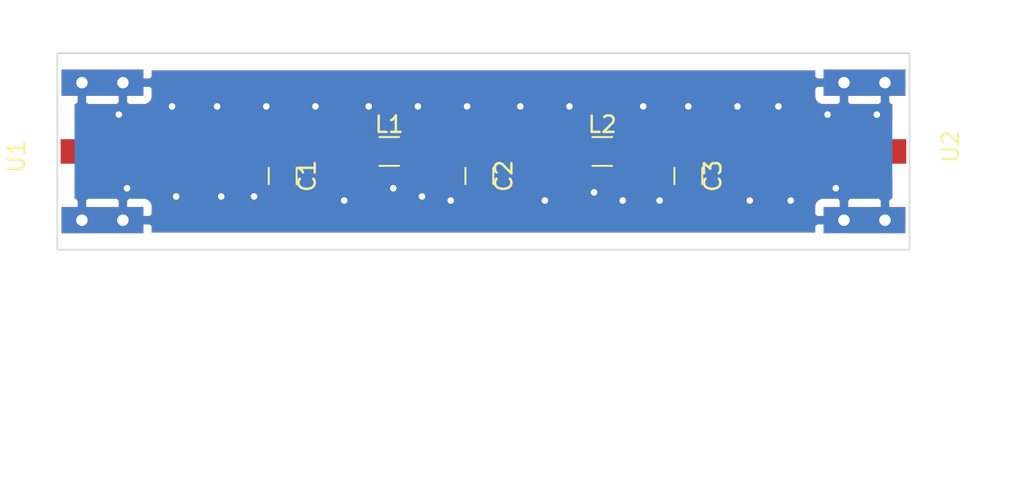
<source format=kicad_pcb>
(kicad_pcb (version 4) (host pcbnew 4.0.5)

  (general
    (links 16)
    (no_connects 3)
    (area 118 96.25 180.500001 126.250001)
    (thickness 1.6)
    (drawings 4)
    (tracks 112)
    (zones 0)
    (modules 7)
    (nets 5)
  )

  (page A4)
  (layers
    (0 F.Cu signal)
    (31 B.Cu signal)
    (32 B.Adhes user)
    (33 F.Adhes user)
    (34 B.Paste user)
    (35 F.Paste user)
    (36 B.SilkS user)
    (37 F.SilkS user)
    (38 B.Mask user)
    (39 F.Mask user)
    (40 Dwgs.User user)
    (41 Cmts.User user)
    (42 Eco1.User user)
    (43 Eco2.User user)
    (44 Edge.Cuts user)
    (45 Margin user)
    (46 B.CrtYd user)
    (47 F.CrtYd user)
    (48 B.Fab user)
    (49 F.Fab user)
  )

  (setup
    (last_trace_width 0.25)
    (user_trace_width 2.5)
    (trace_clearance 0.2)
    (zone_clearance 1)
    (zone_45_only no)
    (trace_min 0.2)
    (segment_width 0.2)
    (edge_width 0.1)
    (via_size 0.6)
    (via_drill 0.4)
    (via_min_size 0.4)
    (via_min_drill 0.3)
    (user_via 0.6 0.4)
    (uvia_size 0.3)
    (uvia_drill 0.1)
    (uvias_allowed no)
    (uvia_min_size 0.2)
    (uvia_min_drill 0.1)
    (pcb_text_width 0.3)
    (pcb_text_size 1.5 1.5)
    (mod_edge_width 0.15)
    (mod_text_size 1 1)
    (mod_text_width 0.15)
    (pad_size 1.5 1.5)
    (pad_drill 0.6)
    (pad_to_mask_clearance 0)
    (aux_axis_origin 0 0)
    (visible_elements 7FFFFFFF)
    (pcbplotparams
      (layerselection 0x00030_80000001)
      (usegerberextensions false)
      (excludeedgelayer true)
      (linewidth 0.100000)
      (plotframeref false)
      (viasonmask false)
      (mode 1)
      (useauxorigin false)
      (hpglpennumber 1)
      (hpglpenspeed 20)
      (hpglpendiameter 15)
      (hpglpenoverlay 2)
      (psnegative false)
      (psa4output false)
      (plotreference true)
      (plotvalue true)
      (plotinvisibletext false)
      (padsonsilk false)
      (subtractmaskfromsilk false)
      (outputformat 1)
      (mirror false)
      (drillshape 1)
      (scaleselection 1)
      (outputdirectory ""))
  )

  (net 0 "")
  (net 1 "Net-(C1-Pad1)")
  (net 2 GND)
  (net 3 "Net-(C2-Pad1)")
  (net 4 "Net-(C3-Pad1)")

  (net_class Default "This is the default net class."
    (clearance 0.2)
    (trace_width 0.25)
    (via_dia 0.6)
    (via_drill 0.4)
    (uvia_dia 0.3)
    (uvia_drill 0.1)
    (add_net GND)
    (add_net "Net-(C1-Pad1)")
    (add_net "Net-(C2-Pad1)")
    (add_net "Net-(C3-Pad1)")
  )

  (module Capacitors_SMD:C_0805 (layer F.Cu) (tedit 58AA8463) (tstamp 58DFDBAB)
    (at 135.25 107 270)
    (descr "Capacitor SMD 0805, reflow soldering, AVX (see smccp.pdf)")
    (tags "capacitor 0805")
    (path /58DFC76A)
    (attr smd)
    (fp_text reference C1 (at 0 -1.5 270) (layer F.SilkS)
      (effects (font (size 1 1) (thickness 0.15)))
    )
    (fp_text value 2000pF (at 0 1.75 270) (layer F.Fab)
      (effects (font (size 1 1) (thickness 0.15)))
    )
    (fp_text user %R (at 0 -1.5 270) (layer F.Fab)
      (effects (font (size 1 1) (thickness 0.15)))
    )
    (fp_line (start -1 0.62) (end -1 -0.62) (layer F.Fab) (width 0.1))
    (fp_line (start 1 0.62) (end -1 0.62) (layer F.Fab) (width 0.1))
    (fp_line (start 1 -0.62) (end 1 0.62) (layer F.Fab) (width 0.1))
    (fp_line (start -1 -0.62) (end 1 -0.62) (layer F.Fab) (width 0.1))
    (fp_line (start 0.5 -0.85) (end -0.5 -0.85) (layer F.SilkS) (width 0.12))
    (fp_line (start -0.5 0.85) (end 0.5 0.85) (layer F.SilkS) (width 0.12))
    (fp_line (start -1.75 -0.88) (end 1.75 -0.88) (layer F.CrtYd) (width 0.05))
    (fp_line (start -1.75 -0.88) (end -1.75 0.87) (layer F.CrtYd) (width 0.05))
    (fp_line (start 1.75 0.87) (end 1.75 -0.88) (layer F.CrtYd) (width 0.05))
    (fp_line (start 1.75 0.87) (end -1.75 0.87) (layer F.CrtYd) (width 0.05))
    (pad 1 smd rect (at -1 0 270) (size 1 1.25) (layers F.Cu F.Paste F.Mask)
      (net 1 "Net-(C1-Pad1)"))
    (pad 2 smd rect (at 1 0 270) (size 1 1.25) (layers F.Cu F.Paste F.Mask)
      (net 2 GND))
    (model Capacitors_SMD.3dshapes/C_0805.wrl
      (at (xyz 0 0 0))
      (scale (xyz 1 1 1))
      (rotate (xyz 0 0 0))
    )
  )

  (module Capacitors_SMD:C_0805 (layer F.Cu) (tedit 58AA8463) (tstamp 58DFDBB1)
    (at 147.25 107 270)
    (descr "Capacitor SMD 0805, reflow soldering, AVX (see smccp.pdf)")
    (tags "capacitor 0805")
    (path /58DFC7A4)
    (attr smd)
    (fp_text reference C2 (at 0 -1.5 270) (layer F.SilkS)
      (effects (font (size 1 1) (thickness 0.15)))
    )
    (fp_text value 3600pF (at 0 1.75 270) (layer F.Fab)
      (effects (font (size 1 1) (thickness 0.15)))
    )
    (fp_text user %R (at 0 -1.5 270) (layer F.Fab)
      (effects (font (size 1 1) (thickness 0.15)))
    )
    (fp_line (start -1 0.62) (end -1 -0.62) (layer F.Fab) (width 0.1))
    (fp_line (start 1 0.62) (end -1 0.62) (layer F.Fab) (width 0.1))
    (fp_line (start 1 -0.62) (end 1 0.62) (layer F.Fab) (width 0.1))
    (fp_line (start -1 -0.62) (end 1 -0.62) (layer F.Fab) (width 0.1))
    (fp_line (start 0.5 -0.85) (end -0.5 -0.85) (layer F.SilkS) (width 0.12))
    (fp_line (start -0.5 0.85) (end 0.5 0.85) (layer F.SilkS) (width 0.12))
    (fp_line (start -1.75 -0.88) (end 1.75 -0.88) (layer F.CrtYd) (width 0.05))
    (fp_line (start -1.75 -0.88) (end -1.75 0.87) (layer F.CrtYd) (width 0.05))
    (fp_line (start 1.75 0.87) (end 1.75 -0.88) (layer F.CrtYd) (width 0.05))
    (fp_line (start 1.75 0.87) (end -1.75 0.87) (layer F.CrtYd) (width 0.05))
    (pad 1 smd rect (at -1 0 270) (size 1 1.25) (layers F.Cu F.Paste F.Mask)
      (net 3 "Net-(C2-Pad1)"))
    (pad 2 smd rect (at 1 0 270) (size 1 1.25) (layers F.Cu F.Paste F.Mask)
      (net 2 GND))
    (model Capacitors_SMD.3dshapes/C_0805.wrl
      (at (xyz 0 0 0))
      (scale (xyz 1 1 1))
      (rotate (xyz 0 0 0))
    )
  )

  (module Capacitors_SMD:C_0805 (layer F.Cu) (tedit 58AA8463) (tstamp 58DFDBB7)
    (at 160 107 270)
    (descr "Capacitor SMD 0805, reflow soldering, AVX (see smccp.pdf)")
    (tags "capacitor 0805")
    (path /58DFC7D4)
    (attr smd)
    (fp_text reference C3 (at 0 -1.5 270) (layer F.SilkS)
      (effects (font (size 1 1) (thickness 0.15)))
    )
    (fp_text value 2000pF (at 0 1.75 270) (layer F.Fab)
      (effects (font (size 1 1) (thickness 0.15)))
    )
    (fp_text user %R (at 0 -1.5 270) (layer F.Fab)
      (effects (font (size 1 1) (thickness 0.15)))
    )
    (fp_line (start -1 0.62) (end -1 -0.62) (layer F.Fab) (width 0.1))
    (fp_line (start 1 0.62) (end -1 0.62) (layer F.Fab) (width 0.1))
    (fp_line (start 1 -0.62) (end 1 0.62) (layer F.Fab) (width 0.1))
    (fp_line (start -1 -0.62) (end 1 -0.62) (layer F.Fab) (width 0.1))
    (fp_line (start 0.5 -0.85) (end -0.5 -0.85) (layer F.SilkS) (width 0.12))
    (fp_line (start -0.5 0.85) (end 0.5 0.85) (layer F.SilkS) (width 0.12))
    (fp_line (start -1.75 -0.88) (end 1.75 -0.88) (layer F.CrtYd) (width 0.05))
    (fp_line (start -1.75 -0.88) (end -1.75 0.87) (layer F.CrtYd) (width 0.05))
    (fp_line (start 1.75 0.87) (end 1.75 -0.88) (layer F.CrtYd) (width 0.05))
    (fp_line (start 1.75 0.87) (end -1.75 0.87) (layer F.CrtYd) (width 0.05))
    (pad 1 smd rect (at -1 0 270) (size 1 1.25) (layers F.Cu F.Paste F.Mask)
      (net 4 "Net-(C3-Pad1)"))
    (pad 2 smd rect (at 1 0 270) (size 1 1.25) (layers F.Cu F.Paste F.Mask)
      (net 2 GND))
    (model Capacitors_SMD.3dshapes/C_0805.wrl
      (at (xyz 0 0 0))
      (scale (xyz 1 1 1))
      (rotate (xyz 0 0 0))
    )
  )

  (module Resistors_SMD:R_0805 (layer F.Cu) (tedit 58AADA8F) (tstamp 58DFDBBD)
    (at 141.75 105.5)
    (descr "Resistor SMD 0805, reflow soldering, Vishay (see dcrcw.pdf)")
    (tags "resistor 0805")
    (path /58DFC647)
    (attr smd)
    (fp_text reference L1 (at 0 -1.65) (layer F.SilkS)
      (effects (font (size 1 1) (thickness 0.15)))
    )
    (fp_text value 13uH (at 0 1.75) (layer F.Fab)
      (effects (font (size 1 1) (thickness 0.15)))
    )
    (fp_text user %R (at 0 -1.65) (layer F.Fab)
      (effects (font (size 1 1) (thickness 0.15)))
    )
    (fp_line (start -1 0.62) (end -1 -0.62) (layer F.Fab) (width 0.1))
    (fp_line (start 1 0.62) (end -1 0.62) (layer F.Fab) (width 0.1))
    (fp_line (start 1 -0.62) (end 1 0.62) (layer F.Fab) (width 0.1))
    (fp_line (start -1 -0.62) (end 1 -0.62) (layer F.Fab) (width 0.1))
    (fp_line (start 0.6 0.88) (end -0.6 0.88) (layer F.SilkS) (width 0.12))
    (fp_line (start -0.6 -0.88) (end 0.6 -0.88) (layer F.SilkS) (width 0.12))
    (fp_line (start -1.55 -0.9) (end 1.55 -0.9) (layer F.CrtYd) (width 0.05))
    (fp_line (start -1.55 -0.9) (end -1.55 0.9) (layer F.CrtYd) (width 0.05))
    (fp_line (start 1.55 0.9) (end 1.55 -0.9) (layer F.CrtYd) (width 0.05))
    (fp_line (start 1.55 0.9) (end -1.55 0.9) (layer F.CrtYd) (width 0.05))
    (pad 1 smd rect (at -0.95 0) (size 0.7 1.3) (layers F.Cu F.Paste F.Mask)
      (net 1 "Net-(C1-Pad1)"))
    (pad 2 smd rect (at 0.95 0) (size 0.7 1.3) (layers F.Cu F.Paste F.Mask)
      (net 3 "Net-(C2-Pad1)"))
    (model Resistors_SMD.3dshapes/R_0805.wrl
      (at (xyz 0 0 0))
      (scale (xyz 1 1 1))
      (rotate (xyz 0 0 0))
    )
  )

  (module Resistors_SMD:R_0805 (layer F.Cu) (tedit 58AADA8F) (tstamp 58DFDBC3)
    (at 154.75 105.5)
    (descr "Resistor SMD 0805, reflow soldering, Vishay (see dcrcw.pdf)")
    (tags "resistor 0805")
    (path /58DFC73A)
    (attr smd)
    (fp_text reference L2 (at 0 -1.65) (layer F.SilkS)
      (effects (font (size 1 1) (thickness 0.15)))
    )
    (fp_text value 13uH (at 0 1.75) (layer F.Fab)
      (effects (font (size 1 1) (thickness 0.15)))
    )
    (fp_text user %R (at 0 -1.65) (layer F.Fab)
      (effects (font (size 1 1) (thickness 0.15)))
    )
    (fp_line (start -1 0.62) (end -1 -0.62) (layer F.Fab) (width 0.1))
    (fp_line (start 1 0.62) (end -1 0.62) (layer F.Fab) (width 0.1))
    (fp_line (start 1 -0.62) (end 1 0.62) (layer F.Fab) (width 0.1))
    (fp_line (start -1 -0.62) (end 1 -0.62) (layer F.Fab) (width 0.1))
    (fp_line (start 0.6 0.88) (end -0.6 0.88) (layer F.SilkS) (width 0.12))
    (fp_line (start -0.6 -0.88) (end 0.6 -0.88) (layer F.SilkS) (width 0.12))
    (fp_line (start -1.55 -0.9) (end 1.55 -0.9) (layer F.CrtYd) (width 0.05))
    (fp_line (start -1.55 -0.9) (end -1.55 0.9) (layer F.CrtYd) (width 0.05))
    (fp_line (start 1.55 0.9) (end 1.55 -0.9) (layer F.CrtYd) (width 0.05))
    (fp_line (start 1.55 0.9) (end -1.55 0.9) (layer F.CrtYd) (width 0.05))
    (pad 1 smd rect (at -0.95 0) (size 0.7 1.3) (layers F.Cu F.Paste F.Mask)
      (net 3 "Net-(C2-Pad1)"))
    (pad 2 smd rect (at 0.95 0) (size 0.7 1.3) (layers F.Cu F.Paste F.Mask)
      (net 4 "Net-(C3-Pad1)"))
    (model Resistors_SMD.3dshapes/R_0805.wrl
      (at (xyz 0 0 0))
      (scale (xyz 1 1 1))
      (rotate (xyz 0 0 0))
    )
  )

  (module "RF BW Filter:SMA_Edge_Mount" (layer F.Cu) (tedit 58DFCED8) (tstamp 58DFDBCC)
    (at 124.5 105.5 270)
    (path /58DFCCA7)
    (fp_text reference U1 (at 0.3 5.5 270) (layer F.SilkS)
      (effects (font (size 1 1) (thickness 0.15)))
    )
    (fp_text value SMA_Edge_Mount (at 0.6 3.8 270) (layer F.Fab)
      (effects (font (size 1 1) (thickness 0.15)))
    )
    (pad 3 thru_hole rect (at 4.2 -1 270) (size 1.6 2.5) (drill 0.7) (layers *.Cu *.Mask)
      (net 2 GND))
    (pad 3 thru_hole rect (at 4.2 1.5 270) (size 1.6 2.5) (drill 0.7) (layers *.Cu *.Mask)
      (net 2 GND))
    (pad 1 thru_hole rect (at -4.2 -1 270) (size 1.6 2.5) (drill 0.7) (layers *.Cu *.Mask)
      (net 2 GND))
    (pad 1 thru_hole rect (at -4.2 1.5 270) (size 1.6 2.5) (drill 0.7) (layers *.Cu *.Mask)
      (net 2 GND))
    (pad 2 smd rect (at 0 0 270) (size 1.5 5.6) (layers F.Cu F.Paste F.Mask)
      (net 1 "Net-(C1-Pad1)"))
  )

  (module "RF BW Filter:SMA_Edge_Mount" (layer F.Cu) (tedit 58DFCED8) (tstamp 58DFDBD5)
    (at 170.5 105.5 90)
    (path /58DFCD56)
    (fp_text reference U2 (at 0.3 5.5 90) (layer F.SilkS)
      (effects (font (size 1 1) (thickness 0.15)))
    )
    (fp_text value SMA_Edge_Mount (at 0.6 3.8 90) (layer F.Fab)
      (effects (font (size 1 1) (thickness 0.15)))
    )
    (pad 3 thru_hole rect (at 4.2 -1 90) (size 1.6 2.5) (drill 0.7) (layers *.Cu *.Mask)
      (net 2 GND))
    (pad 3 thru_hole rect (at 4.2 1.5 90) (size 1.6 2.5) (drill 0.7) (layers *.Cu *.Mask)
      (net 2 GND))
    (pad 1 thru_hole rect (at -4.2 -1 90) (size 1.6 2.5) (drill 0.7) (layers *.Cu *.Mask)
      (net 2 GND))
    (pad 1 thru_hole rect (at -4.2 1.5 90) (size 1.6 2.5) (drill 0.7) (layers *.Cu *.Mask)
      (net 2 GND))
    (pad 2 smd rect (at 0 0 90) (size 1.5 5.6) (layers F.Cu F.Paste F.Mask)
      (net 4 "Net-(C3-Pad1)"))
  )

  (gr_line (start 173.5 99.5) (end 121.5 99.5) (angle 90) (layer Edge.Cuts) (width 0.1))
  (gr_line (start 173.5 111.5) (end 173.5 99.5) (angle 90) (layer Edge.Cuts) (width 0.1))
  (gr_line (start 121.5 111.5) (end 173.5 111.5) (angle 90) (layer Edge.Cuts) (width 0.1))
  (gr_line (start 121.5 99.5) (end 121.5 111.5) (angle 90) (layer Edge.Cuts) (width 0.1))

  (segment (start 149 108.5) (end 151.25 108.5) (width 0.25) (layer F.Cu) (net 0))
  (via (at 158.25 108.5) (size 0.6) (drill 0.4) (layers F.Cu B.Cu) (net 0))
  (segment (start 156 108.5) (end 158.25 108.5) (width 0.25) (layer B.Cu) (net 0) (tstamp 58E3BC47))
  (via (at 156 108.5) (size 0.6) (drill 0.4) (layers F.Cu B.Cu) (net 0))
  (segment (start 155.5 108) (end 156 108.5) (width 0.25) (layer F.Cu) (net 0) (tstamp 58E3BC44))
  (segment (start 154.25 108) (end 155.5 108) (width 0.25) (layer F.Cu) (net 0) (tstamp 58E3BC43))
  (via (at 154.25 108) (size 0.6) (drill 0.4) (layers F.Cu B.Cu) (net 0))
  (segment (start 153.75 108) (end 154.25 108) (width 0.25) (layer B.Cu) (net 0) (tstamp 58E3BC41))
  (segment (start 153.25 108.5) (end 153.75 108) (width 0.25) (layer B.Cu) (net 0) (tstamp 58E3BC40))
  (segment (start 151.25 108.5) (end 153.25 108.5) (width 0.25) (layer B.Cu) (net 0) (tstamp 58E3BC3F))
  (via (at 151.25 108.5) (size 0.6) (drill 0.4) (layers F.Cu B.Cu) (net 0))
  (segment (start 136.75 108.5) (end 139 108.5) (width 0.25) (layer F.Cu) (net 0))
  (via (at 145.5 108.5) (size 0.6) (drill 0.4) (layers F.Cu B.Cu) (net 0))
  (segment (start 144 108.5) (end 145.5 108.5) (width 0.25) (layer B.Cu) (net 0) (tstamp 58E3BC34))
  (segment (start 143.75 108.25) (end 144 108.5) (width 0.25) (layer B.Cu) (net 0) (tstamp 58E3BC33))
  (via (at 143.75 108.25) (size 0.6) (drill 0.4) (layers F.Cu B.Cu) (net 0))
  (segment (start 142.5 108.25) (end 143.75 108.25) (width 0.25) (layer F.Cu) (net 0) (tstamp 58E3BC29))
  (segment (start 142 107.75) (end 142.5 108.25) (width 0.25) (layer F.Cu) (net 0) (tstamp 58E3BC28))
  (via (at 142 107.75) (size 0.6) (drill 0.4) (layers F.Cu B.Cu) (net 0))
  (segment (start 140.75 107.75) (end 142 107.75) (width 0.25) (layer B.Cu) (net 0) (tstamp 58E3BC22))
  (segment (start 140 108.5) (end 140.75 107.75) (width 0.25) (layer B.Cu) (net 0) (tstamp 58E3BC1C))
  (segment (start 139 108.5) (end 140 108.5) (width 0.25) (layer B.Cu) (net 0) (tstamp 58E3BC1B))
  (via (at 139 108.5) (size 0.6) (drill 0.4) (layers F.Cu B.Cu) (net 0))
  (segment (start 123.25 107.75) (end 125.75 107.75) (width 0.25) (layer F.Cu) (net 0))
  (via (at 133.5 108.25) (size 0.6) (drill 0.4) (layers F.Cu B.Cu) (net 0))
  (segment (start 131.5 108.25) (end 133.5 108.25) (width 0.25) (layer B.Cu) (net 0) (tstamp 58E3BC0E))
  (via (at 131.5 108.25) (size 0.6) (drill 0.4) (layers F.Cu B.Cu) (net 0))
  (segment (start 128.75 108.25) (end 131.5 108.25) (width 0.25) (layer F.Cu) (net 0) (tstamp 58E3BC0B))
  (via (at 128.75 108.25) (size 0.6) (drill 0.4) (layers F.Cu B.Cu) (net 0))
  (segment (start 127.25 108.25) (end 128.75 108.25) (width 0.25) (layer B.Cu) (net 0) (tstamp 58E3BC08))
  (segment (start 126.75 107.75) (end 127.25 108.25) (width 0.25) (layer B.Cu) (net 0) (tstamp 58E3BC05))
  (segment (start 125.75 107.75) (end 126.75 107.75) (width 0.25) (layer B.Cu) (net 0) (tstamp 58E3BC04))
  (via (at 125.75 107.75) (size 0.6) (drill 0.4) (layers F.Cu B.Cu) (net 0))
  (segment (start 123 103.25) (end 125.25 103.25) (width 0.25) (layer F.Cu) (net 0))
  (via (at 171.5 103.25) (size 0.6) (drill 0.4) (layers F.Cu B.Cu) (net 0))
  (segment (start 168.5 103.25) (end 171.5 103.25) (width 0.25) (layer B.Cu) (net 0) (tstamp 58E3BBF6))
  (via (at 168.5 103.25) (size 0.6) (drill 0.4) (layers F.Cu B.Cu) (net 0))
  (segment (start 168 103.25) (end 168.5 103.25) (width 0.25) (layer F.Cu) (net 0) (tstamp 58E3BBF4))
  (segment (start 167.5 102.75) (end 168 103.25) (width 0.25) (layer F.Cu) (net 0) (tstamp 58E3BBF3))
  (segment (start 165.5 102.75) (end 167.5 102.75) (width 0.25) (layer F.Cu) (net 0) (tstamp 58E3BBF2))
  (via (at 165.5 102.75) (size 0.6) (drill 0.4) (layers F.Cu B.Cu) (net 0))
  (segment (start 163 102.75) (end 165.5 102.75) (width 0.25) (layer B.Cu) (net 0) (tstamp 58E3BBEF))
  (via (at 163 102.75) (size 0.6) (drill 0.4) (layers F.Cu B.Cu) (net 0))
  (segment (start 160 102.75) (end 163 102.75) (width 0.25) (layer F.Cu) (net 0) (tstamp 58E3BBEC))
  (via (at 160 102.75) (size 0.6) (drill 0.4) (layers F.Cu B.Cu) (net 0))
  (segment (start 157.25 102.75) (end 160 102.75) (width 0.25) (layer B.Cu) (net 0) (tstamp 58E3BBE9))
  (via (at 157.25 102.75) (size 0.6) (drill 0.4) (layers F.Cu B.Cu) (net 0))
  (segment (start 156 102.75) (end 157.25 102.75) (width 0.25) (layer F.Cu) (net 0) (tstamp 58E3BBE6))
  (segment (start 155.25 103.5) (end 156 102.75) (width 0.25) (layer F.Cu) (net 0) (tstamp 58E3BBE3))
  (segment (start 154.25 103.5) (end 155.25 103.5) (width 0.25) (layer F.Cu) (net 0) (tstamp 58E3BBE2))
  (segment (start 153.5 102.75) (end 154.25 103.5) (width 0.25) (layer F.Cu) (net 0) (tstamp 58E3BBE0))
  (segment (start 152.75 102.75) (end 153.5 102.75) (width 0.25) (layer F.Cu) (net 0) (tstamp 58E3BBDF))
  (via (at 152.75 102.75) (size 0.6) (drill 0.4) (layers F.Cu B.Cu) (net 0))
  (segment (start 149.75 102.75) (end 152.75 102.75) (width 0.25) (layer B.Cu) (net 0) (tstamp 58E3BBDC))
  (via (at 149.75 102.75) (size 0.6) (drill 0.4) (layers F.Cu B.Cu) (net 0))
  (segment (start 146.5 102.75) (end 149.75 102.75) (width 0.25) (layer F.Cu) (net 0) (tstamp 58E3BBD8))
  (via (at 146.5 102.75) (size 0.6) (drill 0.4) (layers F.Cu B.Cu) (net 0))
  (segment (start 143.5 102.75) (end 146.5 102.75) (width 0.25) (layer B.Cu) (net 0) (tstamp 58E3BBD5))
  (via (at 143.5 102.75) (size 0.6) (drill 0.4) (layers F.Cu B.Cu) (net 0))
  (segment (start 143.25 102.75) (end 143.5 102.75) (width 0.25) (layer F.Cu) (net 0) (tstamp 58E3BBD3))
  (segment (start 142.5 103.5) (end 143.25 102.75) (width 0.25) (layer F.Cu) (net 0) (tstamp 58E3BBD2))
  (segment (start 141.25 103.5) (end 142.5 103.5) (width 0.25) (layer F.Cu) (net 0) (tstamp 58E3BBD1))
  (segment (start 140.5 102.75) (end 141.25 103.5) (width 0.25) (layer F.Cu) (net 0) (tstamp 58E3BBD0))
  (via (at 140.5 102.75) (size 0.6) (drill 0.4) (layers F.Cu B.Cu) (net 0))
  (segment (start 137.25 102.75) (end 140.5 102.75) (width 0.25) (layer B.Cu) (net 0) (tstamp 58E3BBCD))
  (via (at 137.25 102.75) (size 0.6) (drill 0.4) (layers F.Cu B.Cu) (net 0))
  (segment (start 134.25 102.75) (end 137.25 102.75) (width 0.25) (layer F.Cu) (net 0) (tstamp 58E3BBCA))
  (via (at 134.25 102.75) (size 0.6) (drill 0.4) (layers F.Cu B.Cu) (net 0))
  (segment (start 131.25 102.75) (end 134.25 102.75) (width 0.25) (layer B.Cu) (net 0) (tstamp 58E3BBC7))
  (via (at 131.25 102.75) (size 0.6) (drill 0.4) (layers F.Cu B.Cu) (net 0))
  (segment (start 128.5 102.75) (end 131.25 102.75) (width 0.25) (layer F.Cu) (net 0) (tstamp 58E3BBC4))
  (via (at 128.5 102.75) (size 0.6) (drill 0.4) (layers F.Cu B.Cu) (net 0))
  (segment (start 127 102.75) (end 128.5 102.75) (width 0.25) (layer B.Cu) (net 0) (tstamp 58E3BBC0))
  (segment (start 126.5 103.25) (end 127 102.75) (width 0.25) (layer B.Cu) (net 0) (tstamp 58E3BBBD))
  (segment (start 125.25 103.25) (end 126.5 103.25) (width 0.25) (layer B.Cu) (net 0) (tstamp 58E3BBBC))
  (via (at 125.25 103.25) (size 0.6) (drill 0.4) (layers F.Cu B.Cu) (net 0))
  (segment (start 138.5 105.5) (end 139.5 105.5) (width 2.5) (layer F.Cu) (net 1))
  (segment (start 128 105.5) (end 138.5 105.5) (width 2.5) (layer F.Cu) (net 1))
  (segment (start 124.5 105.5) (end 128 105.5) (width 0.25) (layer F.Cu) (net 1))
  (segment (start 139.5 105.5) (end 140.8 105.5) (width 0.25) (layer F.Cu) (net 1) (tstamp 58DFDDAE))
  (segment (start 161.5 108.5) (end 163.75 108.5) (width 0.25) (layer F.Cu) (net 2))
  (segment (start 169 107.75) (end 171.75 107.75) (width 0.25) (layer B.Cu) (net 2) (tstamp 58E3BC76))
  (via (at 169 107.75) (size 0.6) (drill 0.4) (layers F.Cu B.Cu) (net 2))
  (segment (start 168.25 107.75) (end 169 107.75) (width 0.25) (layer F.Cu) (net 2) (tstamp 58E3BC72))
  (segment (start 167.75 108.25) (end 168.25 107.75) (width 0.25) (layer F.Cu) (net 2) (tstamp 58E3BC71))
  (segment (start 166.5 108.25) (end 167.75 108.25) (width 0.25) (layer F.Cu) (net 2) (tstamp 58E3BC70))
  (segment (start 166.25 108.5) (end 166.5 108.25) (width 0.25) (layer F.Cu) (net 2) (tstamp 58E3BC6F))
  (via (at 166.25 108.5) (size 0.6) (drill 0.4) (layers F.Cu B.Cu) (net 2))
  (segment (start 163.75 108.5) (end 166.25 108.5) (width 0.25) (layer B.Cu) (net 2) (tstamp 58E3BC6C))
  (via (at 163.75 108.5) (size 0.6) (drill 0.4) (layers F.Cu B.Cu) (net 2))
  (segment (start 160 108) (end 160 109.7) (width 0.25) (layer F.Cu) (net 2))
  (segment (start 160 109.7) (end 160 109.75) (width 0.25) (layer F.Cu) (net 2) (tstamp 58E3B759))
  (segment (start 160 109.75) (end 160 109.7) (width 0.25) (layer F.Cu) (net 2) (tstamp 58E3B75D))
  (segment (start 147.25 108) (end 147.25 109.7) (width 0.25) (layer F.Cu) (net 2))
  (segment (start 147.5 109.75) (end 147.5 109.7) (width 0.25) (layer F.Cu) (net 2) (tstamp 58E3B756))
  (segment (start 147.3 109.75) (end 147.5 109.75) (width 0.25) (layer F.Cu) (net 2) (tstamp 58E3B755))
  (segment (start 147.25 109.7) (end 147.3 109.75) (width 0.25) (layer F.Cu) (net 2) (tstamp 58E3B754))
  (segment (start 135.25 108) (end 135.25 109.7) (width 0.25) (layer F.Cu) (net 2))
  (segment (start 135 109.75) (end 135 109.7) (width 0.25) (layer F.Cu) (net 2) (tstamp 58E3B751))
  (segment (start 135.2 109.75) (end 135 109.75) (width 0.25) (layer F.Cu) (net 2) (tstamp 58E3B750))
  (segment (start 135.25 109.7) (end 135.2 109.75) (width 0.25) (layer F.Cu) (net 2) (tstamp 58E3B74C))
  (segment (start 125.5 109.7) (end 135 109.7) (width 0.25) (layer F.Cu) (net 2))
  (segment (start 135 109.7) (end 147.5 109.7) (width 0.25) (layer F.Cu) (net 2) (tstamp 58E3B752))
  (segment (start 147.5 109.7) (end 160 109.7) (width 0.25) (layer F.Cu) (net 2) (tstamp 58E3B757))
  (segment (start 160 109.7) (end 169.5 109.7) (width 0.25) (layer F.Cu) (net 2) (tstamp 58E3B75E))
  (segment (start 125.5 101.3) (end 169.5 101.3) (width 0.25) (layer F.Cu) (net 2))
  (segment (start 144 105.5) (end 152.5 105.5) (width 2.5) (layer F.Cu) (net 3))
  (segment (start 142.7 105.5) (end 144 105.5) (width 0.25) (layer F.Cu) (net 3))
  (segment (start 152.5 105.5) (end 153.8 105.5) (width 0.25) (layer F.Cu) (net 3) (tstamp 58E3B6FA))
  (segment (start 157 105.5) (end 167 105.5) (width 2.5) (layer F.Cu) (net 4))
  (segment (start 155.7 105.5) (end 157 105.5) (width 0.25) (layer F.Cu) (net 4))
  (segment (start 167 105.5) (end 170.5 105.5) (width 0.25) (layer F.Cu) (net 4) (tstamp 58DFDDC8))

  (zone (net 2) (net_name GND) (layer F.Cu) (tstamp 58DFE1F0) (hatch edge 0.508)
    (connect_pads (clearance 1))
    (min_thickness 0.0254)
    (fill yes (arc_segments 16) (thermal_gap 0.508) (thermal_bridge_width 0.508))
    (polygon
      (pts
        (xy 178.75 125) (xy 118.75 125) (xy 118.75 97) (xy 178.75 96.75)
      )
    )
    (filled_polygon
      (pts
        (xy 154.948284 107.101189) (xy 155.35 107.182539) (xy 155.523601 107.182539) (xy 156.134102 107.590462) (xy 157 107.7627)
        (xy 167 107.7627) (xy 167.865898 107.590462) (xy 168.326738 107.282539) (xy 172.4373 107.282539) (xy 172.4373 108.3793)
        (xy 172.371475 108.3793) (xy 172.2413 108.509475) (xy 172.2413 109.4587) (xy 172.2613 109.4587) (xy 172.2613 109.9413)
        (xy 172.2413 109.9413) (xy 172.2413 109.9613) (xy 171.7587 109.9613) (xy 171.7587 109.9413) (xy 169.7413 109.9413)
        (xy 169.7413 109.9613) (xy 169.2587 109.9613) (xy 169.2587 109.9413) (xy 167.859475 109.9413) (xy 167.7293 110.071475)
        (xy 167.7293 110.4373) (xy 127.2707 110.4373) (xy 127.2707 110.071475) (xy 127.140525 109.9413) (xy 125.7413 109.9413)
        (xy 125.7413 109.9613) (xy 125.2587 109.9613) (xy 125.2587 109.9413) (xy 123.2413 109.9413) (xy 123.2413 109.9613)
        (xy 122.7587 109.9613) (xy 122.7587 109.9413) (xy 122.7387 109.9413) (xy 122.7387 109.4587) (xy 122.7587 109.4587)
        (xy 122.7587 108.509475) (xy 123.2413 108.509475) (xy 123.2413 109.4587) (xy 125.2587 109.4587) (xy 125.2587 108.509475)
        (xy 125.7413 108.509475) (xy 125.7413 109.4587) (xy 127.140525 109.4587) (xy 127.2707 109.328525) (xy 127.2707 108.796426)
        (xy 127.191428 108.605047) (xy 127.044953 108.458572) (xy 126.853573 108.3793) (xy 125.871475 108.3793) (xy 125.7413 108.509475)
        (xy 125.2587 108.509475) (xy 125.128525 108.3793) (xy 123.371475 108.3793) (xy 123.2413 108.509475) (xy 122.7587 108.509475)
        (xy 122.628525 108.3793) (xy 122.5627 108.3793) (xy 122.5627 108.371475) (xy 134.1043 108.371475) (xy 134.1043 108.603574)
        (xy 134.183572 108.794953) (xy 134.330047 108.941428) (xy 134.521427 109.0207) (xy 134.878525 109.0207) (xy 135.0087 108.890525)
        (xy 135.0087 108.2413) (xy 135.4913 108.2413) (xy 135.4913 108.890525) (xy 135.621475 109.0207) (xy 135.978573 109.0207)
        (xy 136.169953 108.941428) (xy 136.316428 108.794953) (xy 136.3957 108.603574) (xy 136.3957 108.371475) (xy 146.1043 108.371475)
        (xy 146.1043 108.603574) (xy 146.183572 108.794953) (xy 146.330047 108.941428) (xy 146.521427 109.0207) (xy 146.878525 109.0207)
        (xy 147.0087 108.890525) (xy 147.0087 108.2413) (xy 147.4913 108.2413) (xy 147.4913 108.890525) (xy 147.621475 109.0207)
        (xy 147.978573 109.0207) (xy 148.169953 108.941428) (xy 148.316428 108.794953) (xy 148.3957 108.603574) (xy 148.3957 108.371475)
        (xy 158.8543 108.371475) (xy 158.8543 108.603574) (xy 158.933572 108.794953) (xy 159.080047 108.941428) (xy 159.271427 109.0207)
        (xy 159.628525 109.0207) (xy 159.7587 108.890525) (xy 159.7587 108.2413) (xy 160.2413 108.2413) (xy 160.2413 108.890525)
        (xy 160.371475 109.0207) (xy 160.728573 109.0207) (xy 160.919953 108.941428) (xy 161.064955 108.796426) (xy 167.7293 108.796426)
        (xy 167.7293 109.328525) (xy 167.859475 109.4587) (xy 169.2587 109.4587) (xy 169.2587 108.509475) (xy 169.7413 108.509475)
        (xy 169.7413 109.4587) (xy 171.7587 109.4587) (xy 171.7587 108.509475) (xy 171.628525 108.3793) (xy 169.871475 108.3793)
        (xy 169.7413 108.509475) (xy 169.2587 108.509475) (xy 169.128525 108.3793) (xy 168.146427 108.3793) (xy 167.955047 108.458572)
        (xy 167.808572 108.605047) (xy 167.7293 108.796426) (xy 161.064955 108.796426) (xy 161.066428 108.794953) (xy 161.1457 108.603574)
        (xy 161.1457 108.371475) (xy 161.015525 108.2413) (xy 160.2413 108.2413) (xy 159.7587 108.2413) (xy 158.984475 108.2413)
        (xy 158.8543 108.371475) (xy 148.3957 108.371475) (xy 148.265525 108.2413) (xy 147.4913 108.2413) (xy 147.0087 108.2413)
        (xy 146.234475 108.2413) (xy 146.1043 108.371475) (xy 136.3957 108.371475) (xy 136.265525 108.2413) (xy 135.4913 108.2413)
        (xy 135.0087 108.2413) (xy 134.234475 108.2413) (xy 134.1043 108.371475) (xy 122.5627 108.371475) (xy 122.5627 107.282539)
        (xy 126.673262 107.282539) (xy 127.134102 107.590462) (xy 128 107.7627) (xy 139.5 107.7627) (xy 140.365898 107.590462)
        (xy 140.976399 107.182539) (xy 141.15 107.182539) (xy 141.525284 107.111925) (xy 141.751218 106.96654) (xy 141.948284 107.101189)
        (xy 142.35 107.182539) (xy 142.523601 107.182539) (xy 143.134102 107.590462) (xy 144 107.7627) (xy 152.5 107.7627)
        (xy 153.365898 107.590462) (xy 153.976399 107.182539) (xy 154.15 107.182539) (xy 154.525284 107.111925) (xy 154.751218 106.96654)
      )
    )
    (filled_polygon
      (pts
        (xy 167.7293 100.928525) (xy 167.859475 101.0587) (xy 169.2587 101.0587) (xy 169.2587 101.0387) (xy 169.7413 101.0387)
        (xy 169.7413 101.0587) (xy 171.7587 101.0587) (xy 171.7587 101.0387) (xy 172.2413 101.0387) (xy 172.2413 101.0587)
        (xy 172.2613 101.0587) (xy 172.2613 101.5413) (xy 172.2413 101.5413) (xy 172.2413 102.490525) (xy 172.371475 102.6207)
        (xy 172.4373 102.6207) (xy 172.4373 103.717461) (xy 168.326738 103.717461) (xy 167.865898 103.409538) (xy 167 103.2373)
        (xy 157 103.2373) (xy 156.134102 103.409538) (xy 155.523601 103.817461) (xy 155.35 103.817461) (xy 154.974716 103.888075)
        (xy 154.748782 104.03346) (xy 154.551716 103.898811) (xy 154.15 103.817461) (xy 153.976399 103.817461) (xy 153.365898 103.409538)
        (xy 152.5 103.2373) (xy 144 103.2373) (xy 143.134102 103.409538) (xy 142.523601 103.817461) (xy 142.35 103.817461)
        (xy 141.974716 103.888075) (xy 141.748782 104.03346) (xy 141.551716 103.898811) (xy 141.15 103.817461) (xy 140.976399 103.817461)
        (xy 140.365898 103.409538) (xy 139.5 103.2373) (xy 128 103.2373) (xy 127.134102 103.409538) (xy 126.673262 103.717461)
        (xy 122.5627 103.717461) (xy 122.5627 102.6207) (xy 122.628525 102.6207) (xy 122.7587 102.490525) (xy 122.7587 101.5413)
        (xy 123.2413 101.5413) (xy 123.2413 102.490525) (xy 123.371475 102.6207) (xy 125.128525 102.6207) (xy 125.2587 102.490525)
        (xy 125.2587 101.5413) (xy 125.7413 101.5413) (xy 125.7413 102.490525) (xy 125.871475 102.6207) (xy 126.853573 102.6207)
        (xy 127.044953 102.541428) (xy 127.191428 102.394953) (xy 127.2707 102.203574) (xy 127.2707 101.671475) (xy 167.7293 101.671475)
        (xy 167.7293 102.203574) (xy 167.808572 102.394953) (xy 167.955047 102.541428) (xy 168.146427 102.6207) (xy 169.128525 102.6207)
        (xy 169.2587 102.490525) (xy 169.2587 101.5413) (xy 169.7413 101.5413) (xy 169.7413 102.490525) (xy 169.871475 102.6207)
        (xy 171.628525 102.6207) (xy 171.7587 102.490525) (xy 171.7587 101.5413) (xy 169.7413 101.5413) (xy 169.2587 101.5413)
        (xy 167.859475 101.5413) (xy 167.7293 101.671475) (xy 127.2707 101.671475) (xy 127.140525 101.5413) (xy 125.7413 101.5413)
        (xy 125.2587 101.5413) (xy 123.2413 101.5413) (xy 122.7587 101.5413) (xy 122.7387 101.5413) (xy 122.7387 101.0587)
        (xy 122.7587 101.0587) (xy 122.7587 101.0387) (xy 123.2413 101.0387) (xy 123.2413 101.0587) (xy 125.2587 101.0587)
        (xy 125.2587 101.0387) (xy 125.7413 101.0387) (xy 125.7413 101.0587) (xy 127.140525 101.0587) (xy 127.2707 100.928525)
        (xy 127.2707 100.5627) (xy 167.7293 100.5627)
      )
    )
  )
  (zone (net 2) (net_name GND) (layer B.Cu) (tstamp 58DFE6E8) (hatch edge 0.508)
    (connect_pads (clearance 1))
    (min_thickness 0.0254)
    (fill yes (arc_segments 16) (thermal_gap 0.508) (thermal_bridge_width 0.508))
    (polygon
      (pts
        (xy 180.5 126.25) (xy 118 126.25) (xy 118 96.25) (xy 180.5 96.25)
      )
    )
    (filled_polygon
      (pts
        (xy 167.7293 100.928525) (xy 167.859475 101.0587) (xy 169.2587 101.0587) (xy 169.2587 101.0387) (xy 169.7413 101.0387)
        (xy 169.7413 101.0587) (xy 171.7587 101.0587) (xy 171.7587 101.0387) (xy 172.2413 101.0387) (xy 172.2413 101.0587)
        (xy 172.2613 101.0587) (xy 172.2613 101.5413) (xy 172.2413 101.5413) (xy 172.2413 102.490525) (xy 172.371475 102.6207)
        (xy 172.4373 102.6207) (xy 172.4373 108.3793) (xy 172.371475 108.3793) (xy 172.2413 108.509475) (xy 172.2413 109.4587)
        (xy 172.2613 109.4587) (xy 172.2613 109.9413) (xy 172.2413 109.9413) (xy 172.2413 109.9613) (xy 171.7587 109.9613)
        (xy 171.7587 109.9413) (xy 169.7413 109.9413) (xy 169.7413 109.9613) (xy 169.2587 109.9613) (xy 169.2587 109.9413)
        (xy 167.859475 109.9413) (xy 167.7293 110.071475) (xy 167.7293 110.4373) (xy 127.2707 110.4373) (xy 127.2707 110.071475)
        (xy 127.140525 109.9413) (xy 125.7413 109.9413) (xy 125.7413 109.9613) (xy 125.2587 109.9613) (xy 125.2587 109.9413)
        (xy 123.2413 109.9413) (xy 123.2413 109.9613) (xy 122.7587 109.9613) (xy 122.7587 109.9413) (xy 122.7387 109.9413)
        (xy 122.7387 109.4587) (xy 122.7587 109.4587) (xy 122.7587 108.509475) (xy 123.2413 108.509475) (xy 123.2413 109.4587)
        (xy 125.2587 109.4587) (xy 125.2587 108.509475) (xy 125.7413 108.509475) (xy 125.7413 109.4587) (xy 127.140525 109.4587)
        (xy 127.2707 109.328525) (xy 127.2707 108.796426) (xy 167.7293 108.796426) (xy 167.7293 109.328525) (xy 167.859475 109.4587)
        (xy 169.2587 109.4587) (xy 169.2587 108.509475) (xy 169.7413 108.509475) (xy 169.7413 109.4587) (xy 171.7587 109.4587)
        (xy 171.7587 108.509475) (xy 171.628525 108.3793) (xy 169.871475 108.3793) (xy 169.7413 108.509475) (xy 169.2587 108.509475)
        (xy 169.128525 108.3793) (xy 168.146427 108.3793) (xy 167.955047 108.458572) (xy 167.808572 108.605047) (xy 167.7293 108.796426)
        (xy 127.2707 108.796426) (xy 127.191428 108.605047) (xy 127.044953 108.458572) (xy 126.853573 108.3793) (xy 125.871475 108.3793)
        (xy 125.7413 108.509475) (xy 125.2587 108.509475) (xy 125.128525 108.3793) (xy 123.371475 108.3793) (xy 123.2413 108.509475)
        (xy 122.7587 108.509475) (xy 122.628525 108.3793) (xy 122.5627 108.3793) (xy 122.5627 102.6207) (xy 122.628525 102.6207)
        (xy 122.7587 102.490525) (xy 122.7587 101.5413) (xy 123.2413 101.5413) (xy 123.2413 102.490525) (xy 123.371475 102.6207)
        (xy 125.128525 102.6207) (xy 125.2587 102.490525) (xy 125.2587 101.5413) (xy 125.7413 101.5413) (xy 125.7413 102.490525)
        (xy 125.871475 102.6207) (xy 126.853573 102.6207) (xy 127.044953 102.541428) (xy 127.191428 102.394953) (xy 127.2707 102.203574)
        (xy 127.2707 101.671475) (xy 167.7293 101.671475) (xy 167.7293 102.203574) (xy 167.808572 102.394953) (xy 167.955047 102.541428)
        (xy 168.146427 102.6207) (xy 169.128525 102.6207) (xy 169.2587 102.490525) (xy 169.2587 101.5413) (xy 169.7413 101.5413)
        (xy 169.7413 102.490525) (xy 169.871475 102.6207) (xy 171.628525 102.6207) (xy 171.7587 102.490525) (xy 171.7587 101.5413)
        (xy 169.7413 101.5413) (xy 169.2587 101.5413) (xy 167.859475 101.5413) (xy 167.7293 101.671475) (xy 127.2707 101.671475)
        (xy 127.140525 101.5413) (xy 125.7413 101.5413) (xy 125.2587 101.5413) (xy 123.2413 101.5413) (xy 122.7587 101.5413)
        (xy 122.7387 101.5413) (xy 122.7387 101.0587) (xy 122.7587 101.0587) (xy 122.7587 101.0387) (xy 123.2413 101.0387)
        (xy 123.2413 101.0587) (xy 125.2587 101.0587) (xy 125.2587 101.0387) (xy 125.7413 101.0387) (xy 125.7413 101.0587)
        (xy 127.140525 101.0587) (xy 127.2707 100.928525) (xy 127.2707 100.5627) (xy 167.7293 100.5627)
      )
    )
  )
)

</source>
